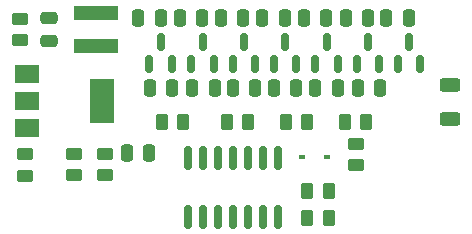
<source format=gtp>
G04 #@! TF.GenerationSoftware,KiCad,Pcbnew,5.99.0-unknown-50e22de3ba~95~ubuntu20.04.1*
G04 #@! TF.CreationDate,2021-01-20T19:31:25+09:00*
G04 #@! TF.ProjectId,OpenRover-4,4f70656e-526f-4766-9572-2d342e6b6963,rev?*
G04 #@! TF.SameCoordinates,Original*
G04 #@! TF.FileFunction,Paste,Top*
G04 #@! TF.FilePolarity,Positive*
%FSLAX46Y46*%
G04 Gerber Fmt 4.6, Leading zero omitted, Abs format (unit mm)*
G04 Created by KiCad (PCBNEW 5.99.0-unknown-50e22de3ba~95~ubuntu20.04.1) date 2021-01-20 19:31:25*
%MOMM*%
%LPD*%
G01*
G04 APERTURE LIST*
G04 Aperture macros list*
%AMRoundRect*
0 Rectangle with rounded corners*
0 $1 Rounding radius*
0 $2 $3 $4 $5 $6 $7 $8 $9 X,Y pos of 4 corners*
0 Add a 4 corners polygon primitive as box body*
4,1,4,$2,$3,$4,$5,$6,$7,$8,$9,$2,$3,0*
0 Add four circle primitives for the rounded corners*
1,1,$1+$1,$2,$3*
1,1,$1+$1,$4,$5*
1,1,$1+$1,$6,$7*
1,1,$1+$1,$8,$9*
0 Add four rect primitives between the rounded corners*
20,1,$1+$1,$2,$3,$4,$5,0*
20,1,$1+$1,$4,$5,$6,$7,0*
20,1,$1+$1,$6,$7,$8,$9,0*
20,1,$1+$1,$8,$9,$2,$3,0*%
G04 Aperture macros list end*
%ADD10RoundRect,0.250000X0.450000X-0.262500X0.450000X0.262500X-0.450000X0.262500X-0.450000X-0.262500X0*%
%ADD11RoundRect,0.250000X-0.250000X-0.475000X0.250000X-0.475000X0.250000X0.475000X-0.250000X0.475000X0*%
%ADD12RoundRect,0.150000X0.150000X-0.587500X0.150000X0.587500X-0.150000X0.587500X-0.150000X-0.587500X0*%
%ADD13RoundRect,0.250000X0.262500X0.450000X-0.262500X0.450000X-0.262500X-0.450000X0.262500X-0.450000X0*%
%ADD14R,0.600000X0.450000*%
%ADD15RoundRect,0.250000X-0.450000X0.262500X-0.450000X-0.262500X0.450000X-0.262500X0.450000X0.262500X0*%
%ADD16RoundRect,0.250000X-0.475000X0.250000X-0.475000X-0.250000X0.475000X-0.250000X0.475000X0.250000X0*%
%ADD17RoundRect,0.250000X-0.625000X0.312500X-0.625000X-0.312500X0.625000X-0.312500X0.625000X0.312500X0*%
%ADD18RoundRect,0.250100X-0.449900X0.262400X-0.449900X-0.262400X0.449900X-0.262400X0.449900X0.262400X0*%
%ADD19R,3.700000X1.200000*%
%ADD20RoundRect,0.250000X-0.262500X-0.450000X0.262500X-0.450000X0.262500X0.450000X-0.262500X0.450000X0*%
%ADD21RoundRect,0.150000X0.150000X-0.825000X0.150000X0.825000X-0.150000X0.825000X-0.150000X-0.825000X0*%
%ADD22R,2.000000X1.500000*%
%ADD23R,2.000000X3.800000*%
G04 APERTURE END LIST*
D10*
X128500000Y-72412500D03*
X128500000Y-70587500D03*
D11*
X145050000Y-59000000D03*
X146950000Y-59000000D03*
D12*
X156550000Y-62937500D03*
X158450000Y-62937500D03*
X157500000Y-61062500D03*
X142550000Y-62937500D03*
X144450000Y-62937500D03*
X143500000Y-61062500D03*
D11*
X152050000Y-59000000D03*
X153950000Y-59000000D03*
D12*
X139004000Y-62913500D03*
X140904000Y-62913500D03*
X139954000Y-61038500D03*
D11*
X137100000Y-70500000D03*
X139000000Y-70500000D03*
D13*
X152376500Y-67818000D03*
X150551500Y-67818000D03*
D11*
X148550000Y-59000000D03*
X150450000Y-59000000D03*
D13*
X157376500Y-67818000D03*
X155551500Y-67818000D03*
D12*
X149550000Y-62937500D03*
X151450000Y-62937500D03*
X150500000Y-61062500D03*
D14*
X151950000Y-70794000D03*
X154050000Y-70794000D03*
D15*
X135225000Y-70512500D03*
X135225000Y-72337500D03*
D12*
X153050000Y-62937500D03*
X154950000Y-62937500D03*
X154000000Y-61062500D03*
D16*
X130500000Y-59050000D03*
X130500000Y-60950000D03*
D11*
X153050000Y-65000000D03*
X154950000Y-65000000D03*
D17*
X164475000Y-64687500D03*
X164475000Y-67612500D03*
D11*
X138050000Y-59000000D03*
X139950000Y-59000000D03*
D18*
X156500000Y-69699500D03*
D15*
X156500000Y-71524500D03*
D11*
X139050000Y-65000000D03*
X140950000Y-65000000D03*
X149550000Y-65000000D03*
X151450000Y-65000000D03*
X146050000Y-65000000D03*
X147950000Y-65000000D03*
D19*
X134500000Y-58600000D03*
X134500000Y-61400000D03*
D20*
X140051500Y-67818000D03*
X141876500Y-67818000D03*
D11*
X156638000Y-65000000D03*
X158538000Y-65000000D03*
D21*
X142240000Y-75881000D03*
X143510000Y-75881000D03*
X144780000Y-75881000D03*
X146050000Y-75881000D03*
X147320000Y-75881000D03*
X148590000Y-75881000D03*
X149860000Y-75881000D03*
X149860000Y-70931000D03*
X148590000Y-70931000D03*
X147320000Y-70931000D03*
X146050000Y-70931000D03*
X144780000Y-70931000D03*
X143510000Y-70931000D03*
X142240000Y-70931000D03*
D10*
X128000000Y-60912500D03*
X128000000Y-59087500D03*
D13*
X147376500Y-67818000D03*
X145551500Y-67818000D03*
D20*
X152337500Y-75946000D03*
X154162500Y-75946000D03*
X152337500Y-73660000D03*
X154162500Y-73660000D03*
D11*
X155638000Y-59000000D03*
X157538000Y-59000000D03*
X142638000Y-65000000D03*
X144538000Y-65000000D03*
D22*
X128676000Y-63740000D03*
D23*
X134976000Y-66040000D03*
D22*
X128676000Y-66040000D03*
X128676000Y-68340000D03*
D12*
X160050000Y-62937500D03*
X161950000Y-62937500D03*
X161000000Y-61062500D03*
D11*
X159050000Y-59000000D03*
X160950000Y-59000000D03*
X141550000Y-59000000D03*
X143450000Y-59000000D03*
D15*
X132650000Y-70537500D03*
X132650000Y-72362500D03*
D12*
X146050000Y-62937500D03*
X147950000Y-62937500D03*
X147000000Y-61062500D03*
M02*

</source>
